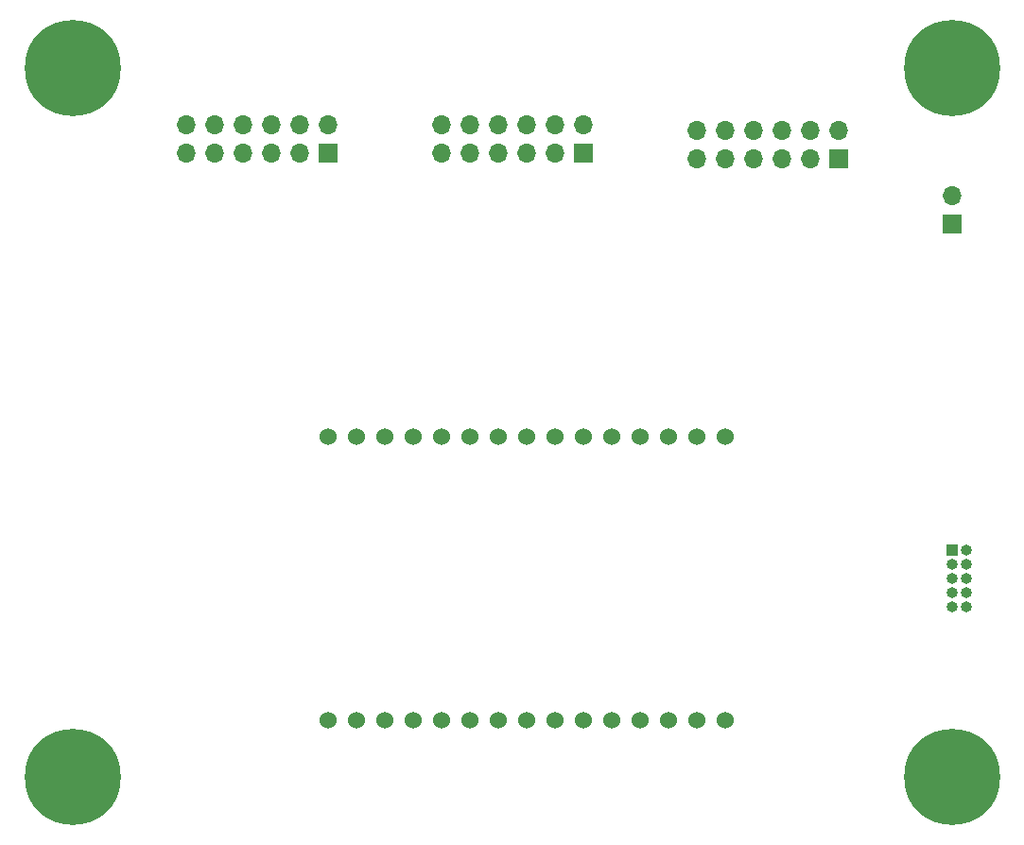
<source format=gbr>
%TF.GenerationSoftware,KiCad,Pcbnew,(6.0.5)*%
%TF.CreationDate,2022-05-29T15:34:50+02:00*%
%TF.ProjectId,pmod_esp32_baseboard,706d6f64-5f65-4737-9033-325f62617365,rev?*%
%TF.SameCoordinates,Original*%
%TF.FileFunction,Soldermask,Top*%
%TF.FilePolarity,Negative*%
%FSLAX46Y46*%
G04 Gerber Fmt 4.6, Leading zero omitted, Abs format (unit mm)*
G04 Created by KiCad (PCBNEW (6.0.5)) date 2022-05-29 15:34:50*
%MOMM*%
%LPD*%
G01*
G04 APERTURE LIST*
%ADD10R,1.700000X1.700000*%
%ADD11O,1.700000X1.700000*%
%ADD12C,0.900000*%
%ADD13C,8.600000*%
%ADD14R,1.000000X1.000000*%
%ADD15O,1.000000X1.000000*%
%ADD16C,1.524000*%
G04 APERTURE END LIST*
D10*
%TO.C,PMOD2*%
X73660000Y-30480000D03*
D11*
X73660000Y-27940000D03*
X71120000Y-30480000D03*
X71120000Y-27940000D03*
X68580000Y-30480000D03*
X68580000Y-27940000D03*
X66040000Y-30480000D03*
X66040000Y-27940000D03*
X63500000Y-30480000D03*
X63500000Y-27940000D03*
X60960000Y-30480000D03*
X60960000Y-27940000D03*
%TD*%
D10*
%TO.C,PMOD3*%
X96520000Y-30480000D03*
D11*
X96520000Y-27940000D03*
X93980000Y-30480000D03*
X93980000Y-27940000D03*
X91440000Y-30480000D03*
X91440000Y-27940000D03*
X88900000Y-30480000D03*
X88900000Y-27940000D03*
X86360000Y-30480000D03*
X86360000Y-27940000D03*
X83820000Y-30480000D03*
X83820000Y-27940000D03*
%TD*%
D10*
%TO.C,PMOD1*%
X119380000Y-31025000D03*
D11*
X119380000Y-28485000D03*
X116840000Y-31025000D03*
X116840000Y-28485000D03*
X114300000Y-31025000D03*
X114300000Y-28485000D03*
X111760000Y-31025000D03*
X111760000Y-28485000D03*
X109220000Y-31025000D03*
X109220000Y-28485000D03*
X106680000Y-31025000D03*
X106680000Y-28485000D03*
%TD*%
D12*
%TO.C,H3*%
X53080419Y-84079581D03*
X47575000Y-86360000D03*
X54025000Y-86360000D03*
X53080419Y-88640419D03*
X48519581Y-88640419D03*
X50800000Y-83135000D03*
X48519581Y-84079581D03*
X50800000Y-89585000D03*
D13*
X50800000Y-86360000D03*
%TD*%
D12*
%TO.C,H1*%
X50800000Y-26085000D03*
X47575000Y-22860000D03*
X48519581Y-20579581D03*
X54025000Y-22860000D03*
D13*
X50800000Y-22860000D03*
D12*
X50800000Y-19635000D03*
X48519581Y-25140419D03*
X53080419Y-25140419D03*
X53080419Y-20579581D03*
%TD*%
D10*
%TO.C,J1*%
X129540000Y-36830000D03*
D11*
X129540000Y-34290000D03*
%TD*%
D12*
%TO.C,H4*%
X129540000Y-89585000D03*
X131820419Y-84079581D03*
X129540000Y-83135000D03*
D13*
X129540000Y-86360000D03*
D12*
X127259581Y-88640419D03*
X126315000Y-86360000D03*
X132765000Y-86360000D03*
X127259581Y-84079581D03*
X131820419Y-88640419D03*
%TD*%
D14*
%TO.C,J2*%
X129540000Y-66040000D03*
D15*
X130810000Y-66040000D03*
X129540000Y-67310000D03*
X130810000Y-67310000D03*
X129540000Y-68580000D03*
X130810000Y-68580000D03*
X129540000Y-69850000D03*
X130810000Y-69850000D03*
X129540000Y-71120000D03*
X130810000Y-71120000D03*
%TD*%
D12*
%TO.C,H2*%
X129540000Y-26085000D03*
X132765000Y-22860000D03*
D13*
X129540000Y-22860000D03*
D12*
X131820419Y-20579581D03*
X127259581Y-25140419D03*
X126315000Y-22860000D03*
X127259581Y-20579581D03*
X131820419Y-25140419D03*
X129540000Y-19635000D03*
%TD*%
D16*
%TO.C,U1*%
X73660000Y-55880000D03*
X76200000Y-55880000D03*
X78740000Y-55880000D03*
X81280000Y-55880000D03*
X83820000Y-55880000D03*
X86360000Y-55880000D03*
X88900000Y-55880000D03*
X91440000Y-55880000D03*
X93980000Y-55880000D03*
X96520000Y-55880000D03*
X99060000Y-55880000D03*
X101600000Y-55880000D03*
X104140000Y-55880000D03*
X106680000Y-55880000D03*
X109220000Y-55880000D03*
X109220000Y-81280000D03*
X106680000Y-81280000D03*
X104140000Y-81280000D03*
X101600000Y-81280000D03*
X99060000Y-81280000D03*
X96520000Y-81280000D03*
X93980000Y-81280000D03*
X91440000Y-81280000D03*
X88900000Y-81280000D03*
X86360000Y-81280000D03*
X83820000Y-81280000D03*
X81280000Y-81280000D03*
X78740000Y-81280000D03*
X76200000Y-81280000D03*
X73660000Y-81280000D03*
%TD*%
M02*

</source>
